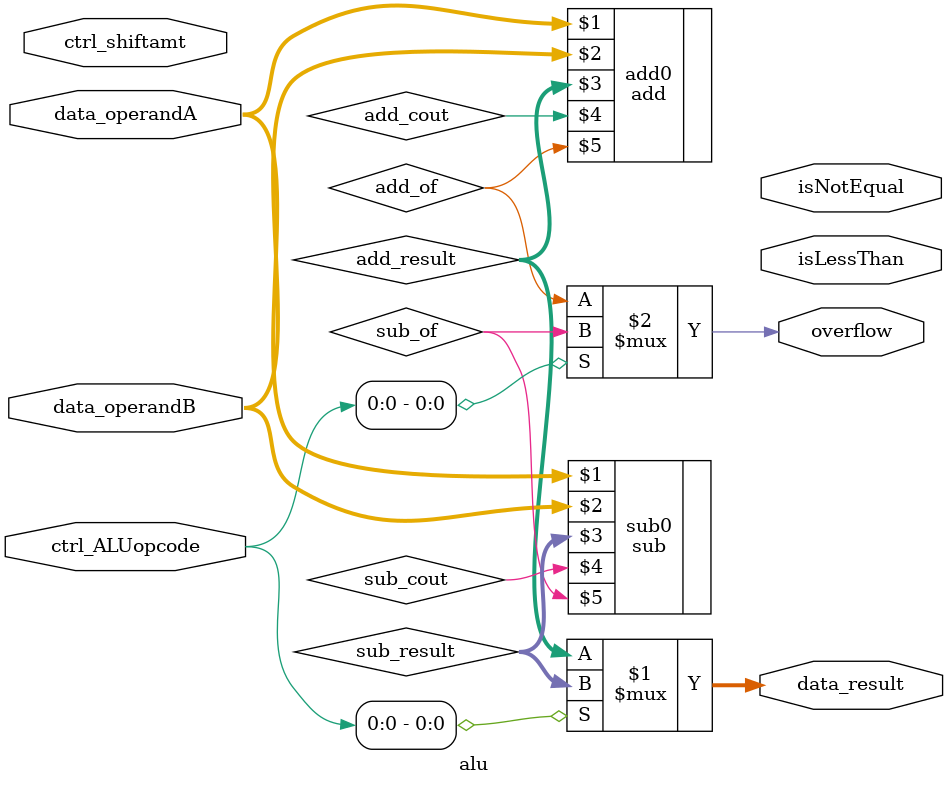
<source format=v>
module alu(data_operandA, data_operandB, ctrl_ALUopcode, ctrl_shiftamt, data_result, isNotEqual, isLessThan, overflow);

   input [31:0] data_operandA, data_operandB;
   input [4:0] ctrl_ALUopcode, ctrl_shiftamt;

   output [31:0] data_result;
   output isNotEqual, isLessThan, overflow;

   // YOUR CODE HERE //
	
	wire [31:0] add_result, sub_result;
	wire add_cout, add_of, sub_cout, sub_of;
	
	// addition
	add add0(data_operandA, data_operandB, add_result, add_cout, add_of);
	
	// subtraction
	sub sub0(data_operandA, data_operandB, sub_result, sub_cout, sub_of);
	
	assign data_result = ctrl_ALUopcode[0]? sub_result:add_result;
	assign overflow = ctrl_ALUopcode[0]? sub_of:add_of;

endmodule

</source>
